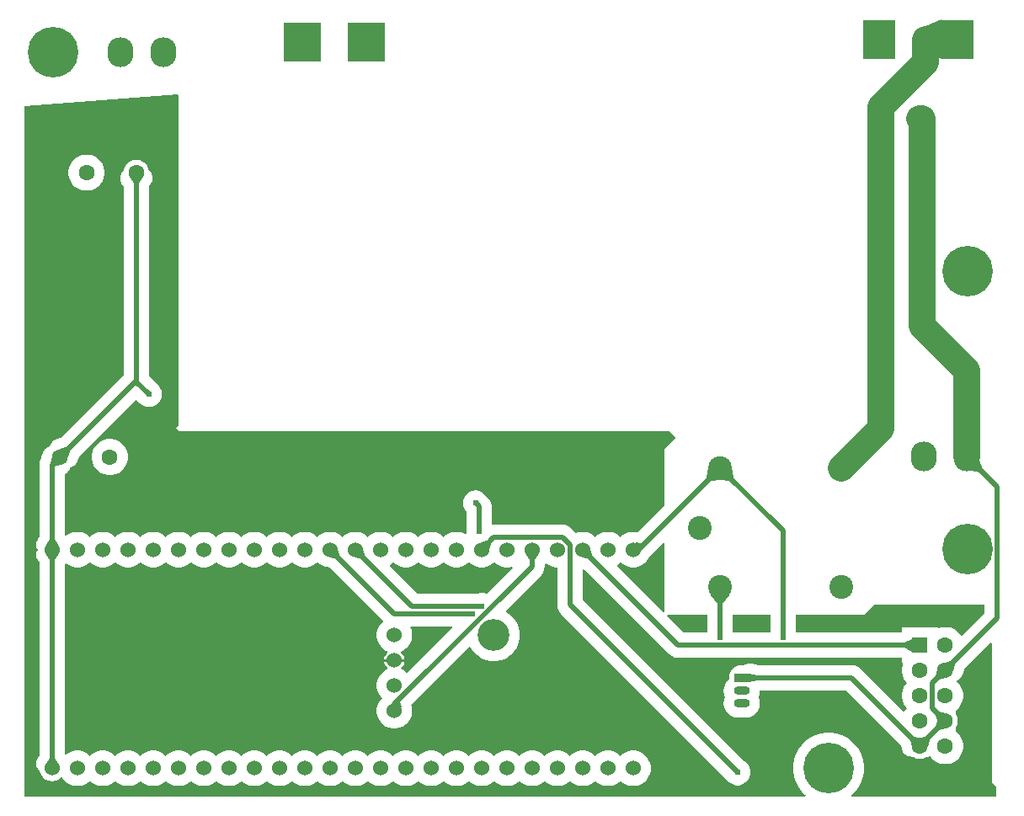
<source format=gbl>
G04*
G04 #@! TF.GenerationSoftware,Altium Limited,Altium Designer,22.3.1 (43)*
G04*
G04 Layer_Physical_Order=2*
G04 Layer_Color=16711680*
%FSLAX25Y25*%
%MOIN*%
G70*
G04*
G04 #@! TF.SameCoordinates,B6214844-F8FF-4874-8B12-997BA8331473*
G04*
G04*
G04 #@! TF.FilePolarity,Positive*
G04*
G01*
G75*
%ADD19R,0.12992X0.15748*%
%ADD20R,0.14961X0.15748*%
%ADD52C,0.10630*%
%ADD53C,0.02000*%
%ADD54R,0.06299X0.06000*%
%ADD55C,0.06299*%
%ADD56C,0.09449*%
%ADD57O,0.10236X0.11811*%
%ADD58O,0.06299X0.03543*%
%ADD59R,0.06299X0.03543*%
%ADD60C,0.20000*%
%ADD61C,0.06000*%
%ADD62C,0.09843*%
%ADD63C,0.12598*%
%ADD64C,0.02402*%
%ADD65C,0.05906*%
G36*
X517894Y446964D02*
X511576Y449523D01*
Y460153D01*
X517894Y462712D01*
Y446964D01*
D02*
G37*
G36*
X200343Y397712D02*
X198343D01*
X196981Y399917D01*
X201705D01*
X200343Y397712D01*
D02*
G37*
G36*
X204460Y315479D02*
X203187Y314206D01*
X202522Y314730D01*
X203936Y316144D01*
X204460Y315479D01*
D02*
G37*
G36*
X216000Y432661D02*
Y302029D01*
X215000Y301029D01*
X216500Y299529D01*
X410500D01*
X413000Y297029D01*
X408500Y292529D01*
Y270332D01*
X397798Y259630D01*
X397361Y259674D01*
X396689Y259807D01*
X395311D01*
X393958Y259538D01*
X392684Y259010D01*
X391538Y258244D01*
X391000Y257706D01*
X390462Y258244D01*
X389316Y259010D01*
X388042Y259538D01*
X386689Y259807D01*
X385311D01*
X383958Y259538D01*
X382684Y259010D01*
X381538Y258244D01*
X381000Y257706D01*
X380462Y258244D01*
X379316Y259010D01*
X378042Y259538D01*
X376689Y259807D01*
X375311D01*
X373958Y259538D01*
X373387Y259301D01*
X371478Y261210D01*
X370434Y262012D01*
X369217Y262515D01*
X367912Y262687D01*
X340837D01*
X340361Y262625D01*
X339985Y262954D01*
Y269886D01*
X339985Y269886D01*
X339813Y271191D01*
X339310Y272408D01*
X338508Y273452D01*
X337199Y274761D01*
X336155Y275563D01*
X334938Y276066D01*
X333633Y276238D01*
X332328Y276066D01*
X331111Y275563D01*
X330067Y274761D01*
X329265Y273717D01*
X328762Y272500D01*
X328590Y271195D01*
X328762Y269890D01*
X329265Y268673D01*
X329899Y267848D01*
Y259885D01*
X329995Y259158D01*
X329528Y258868D01*
X329316Y259010D01*
X328042Y259538D01*
X326689Y259807D01*
X325311D01*
X323958Y259538D01*
X322684Y259010D01*
X321538Y258244D01*
X321000Y257706D01*
X320462Y258244D01*
X319316Y259010D01*
X318042Y259538D01*
X316689Y259807D01*
X315311D01*
X313958Y259538D01*
X312684Y259010D01*
X311538Y258244D01*
X311000Y257706D01*
X310462Y258244D01*
X309316Y259010D01*
X308042Y259538D01*
X306689Y259807D01*
X305311D01*
X303958Y259538D01*
X302684Y259010D01*
X301538Y258244D01*
X301000Y257706D01*
X300462Y258244D01*
X299316Y259010D01*
X298042Y259538D01*
X296689Y259807D01*
X295311D01*
X293958Y259538D01*
X292684Y259010D01*
X291538Y258244D01*
X291000Y257706D01*
X290462Y258244D01*
X289316Y259010D01*
X288042Y259538D01*
X286689Y259807D01*
X285311D01*
X283958Y259538D01*
X282684Y259010D01*
X281538Y258244D01*
X281000Y257706D01*
X280462Y258244D01*
X279316Y259010D01*
X278042Y259538D01*
X276689Y259807D01*
X275311D01*
X273958Y259538D01*
X272684Y259010D01*
X271538Y258244D01*
X271000Y257706D01*
X270462Y258244D01*
X269316Y259010D01*
X268042Y259538D01*
X266689Y259807D01*
X265311D01*
X263958Y259538D01*
X262684Y259010D01*
X261538Y258244D01*
X261000Y257706D01*
X260462Y258244D01*
X259316Y259010D01*
X258042Y259538D01*
X256689Y259807D01*
X255311D01*
X253958Y259538D01*
X252684Y259010D01*
X251538Y258244D01*
X251000Y257706D01*
X250462Y258244D01*
X249316Y259010D01*
X248042Y259538D01*
X246689Y259807D01*
X245311D01*
X243958Y259538D01*
X242684Y259010D01*
X241538Y258244D01*
X241000Y257706D01*
X240462Y258244D01*
X239316Y259010D01*
X238042Y259538D01*
X236689Y259807D01*
X235311D01*
X233958Y259538D01*
X232684Y259010D01*
X231538Y258244D01*
X231000Y257706D01*
X230462Y258244D01*
X229316Y259010D01*
X228042Y259538D01*
X226689Y259807D01*
X225311D01*
X223958Y259538D01*
X222684Y259010D01*
X221538Y258244D01*
X221000Y257706D01*
X220462Y258244D01*
X219316Y259010D01*
X218042Y259538D01*
X216689Y259807D01*
X215311D01*
X213958Y259538D01*
X212684Y259010D01*
X211538Y258244D01*
X211000Y257706D01*
X210462Y258244D01*
X209316Y259010D01*
X208042Y259538D01*
X206689Y259807D01*
X205311D01*
X203958Y259538D01*
X202684Y259010D01*
X201538Y258244D01*
X201000Y257706D01*
X200462Y258244D01*
X199316Y259010D01*
X198042Y259538D01*
X196689Y259807D01*
X195311D01*
X193958Y259538D01*
X192684Y259010D01*
X191538Y258244D01*
X191000Y257706D01*
X190462Y258244D01*
X189316Y259010D01*
X188042Y259538D01*
X186689Y259807D01*
X185311D01*
X183958Y259538D01*
X182684Y259010D01*
X181538Y258244D01*
X181000Y257706D01*
X180462Y258244D01*
X179316Y259010D01*
X178042Y259538D01*
X176689Y259807D01*
X175311D01*
X173958Y259538D01*
X172684Y259010D01*
X171538Y258244D01*
X171043Y258457D01*
Y282719D01*
X171266Y282804D01*
X171316Y282839D01*
X171371Y282863D01*
X171742Y283147D01*
X172121Y283420D01*
X172159Y283467D01*
X172207Y283504D01*
X172491Y283874D01*
X172786Y284236D01*
X172811Y284291D01*
X172848Y284339D01*
X173027Y284771D01*
X173218Y285196D01*
X173228Y285256D01*
X173251Y285312D01*
X173262Y285395D01*
X173345Y285406D01*
X173401Y285429D01*
X173460Y285439D01*
X173886Y285630D01*
X174318Y285809D01*
X174366Y285846D01*
X174421Y285871D01*
X174783Y286166D01*
X175153Y286450D01*
X175190Y286498D01*
X175237Y286536D01*
X175510Y286915D01*
X175794Y287285D01*
X175818Y287341D01*
X175853Y287391D01*
X176019Y287827D01*
X176197Y288259D01*
X176205Y288319D01*
X176227Y288375D01*
X176555Y289766D01*
X198912Y312123D01*
X199412Y312123D01*
X200819Y310715D01*
X201863Y309914D01*
X203079Y309410D01*
X204384Y309238D01*
X205690Y309410D01*
X206906Y309913D01*
X207951Y310715D01*
X208752Y311759D01*
X209256Y312975D01*
X209428Y314281D01*
X209256Y315586D01*
X208753Y316802D01*
X207951Y317847D01*
X204386Y321413D01*
Y396580D01*
X205137Y397796D01*
X205162Y397851D01*
X205199Y397900D01*
X205378Y398331D01*
X205569Y398757D01*
X205579Y398816D01*
X205602Y398872D01*
X205663Y399335D01*
X205738Y399796D01*
X205732Y399857D01*
X205740Y399917D01*
X205679Y400380D01*
X205632Y400844D01*
X205610Y400901D01*
X205602Y400961D01*
X205424Y401392D01*
X205258Y401829D01*
X205222Y401878D01*
X205199Y401934D01*
X204915Y402305D01*
X204642Y402683D01*
X204595Y402722D01*
X204558Y402770D01*
X204254Y403003D01*
X204214Y403305D01*
X203711Y404522D01*
X202909Y405566D01*
X201865Y406367D01*
X200648Y406871D01*
X199343Y407043D01*
X198038Y406871D01*
X196821Y406367D01*
X195777Y405566D01*
X194975Y404522D01*
X194472Y403305D01*
X194432Y403003D01*
X194128Y402770D01*
X194091Y402722D01*
X194044Y402683D01*
X193771Y402305D01*
X193487Y401934D01*
X193464Y401878D01*
X193428Y401829D01*
X193262Y401392D01*
X193084Y400961D01*
X193076Y400901D01*
X193054Y400844D01*
X193007Y400380D01*
X192946Y399917D01*
X192954Y399857D01*
X192948Y399796D01*
X193023Y399335D01*
X193084Y398872D01*
X193107Y398816D01*
X193117Y398757D01*
X193308Y398331D01*
X193487Y397900D01*
X193524Y397851D01*
X193549Y397796D01*
X194300Y396580D01*
Y321775D01*
X169423Y296899D01*
X168032Y296570D01*
X167976Y296548D01*
X167916Y296540D01*
X167484Y296362D01*
X167048Y296196D01*
X166999Y296161D01*
X166943Y296137D01*
X166572Y295853D01*
X166193Y295580D01*
X166155Y295533D01*
X166107Y295496D01*
X165823Y295126D01*
X165527Y294764D01*
X165503Y294709D01*
X165466Y294661D01*
X165287Y294230D01*
X165096Y293804D01*
X165086Y293744D01*
X165063Y293688D01*
X165052Y293605D01*
X164969Y293594D01*
X164913Y293571D01*
X164854Y293561D01*
X164428Y293370D01*
X163996Y293191D01*
X163948Y293154D01*
X163893Y293129D01*
X163531Y292834D01*
X163161Y292550D01*
X163124Y292502D01*
X163077Y292464D01*
X162804Y292085D01*
X162520Y291715D01*
X162496Y291658D01*
X162461Y291609D01*
X162295Y291173D01*
X162117Y290741D01*
X162109Y290681D01*
X162087Y290625D01*
X161689Y288938D01*
X161633Y288865D01*
X161129Y287648D01*
X160957Y286343D01*
Y257987D01*
X160283Y256855D01*
X160273Y256830D01*
X160256Y256808D01*
X160064Y256346D01*
X159867Y255887D01*
X159863Y255860D01*
X159853Y255835D01*
X159788Y255340D01*
X159716Y254845D01*
X159719Y254818D01*
X159715Y254791D01*
X159781Y254296D01*
X159839Y253799D01*
X159849Y253774D01*
X159853Y253747D01*
X160044Y253285D01*
X160230Y252821D01*
X160240Y252807D01*
X160230Y252793D01*
X160044Y252329D01*
X159853Y251867D01*
X159849Y251840D01*
X159839Y251815D01*
X159781Y251318D01*
X159715Y250823D01*
X159719Y250796D01*
X159716Y250769D01*
X159788Y250274D01*
X159853Y249778D01*
X159863Y249753D01*
X159867Y249727D01*
X160064Y249268D01*
X160256Y248805D01*
X160273Y248784D01*
X160283Y248759D01*
X160957Y247627D01*
Y171373D01*
X160283Y170241D01*
X160273Y170216D01*
X160256Y170195D01*
X160064Y169732D01*
X159867Y169273D01*
X159863Y169247D01*
X159853Y169222D01*
X159788Y168726D01*
X159716Y168231D01*
X159719Y168204D01*
X159715Y168177D01*
X159781Y167682D01*
X159839Y167185D01*
X159849Y167160D01*
X159853Y167133D01*
X160044Y166671D01*
X160230Y166207D01*
X160246Y166185D01*
X160256Y166160D01*
X160561Y165763D01*
X160859Y165363D01*
X160881Y165346D01*
X160897Y165325D01*
X161091Y165176D01*
X161129Y164888D01*
X161633Y163671D01*
X162434Y162627D01*
X163478Y161826D01*
X164695Y161322D01*
X166000Y161150D01*
X167305Y161322D01*
X168522Y161826D01*
X169431Y162524D01*
X169902Y162519D01*
X170072Y162465D01*
X170563Y161731D01*
X171538Y160756D01*
X172684Y159990D01*
X173958Y159462D01*
X175311Y159193D01*
X176689D01*
X178042Y159462D01*
X179316Y159990D01*
X180462Y160756D01*
X181000Y161294D01*
X181538Y160756D01*
X182684Y159990D01*
X183958Y159462D01*
X185311Y159193D01*
X186689D01*
X188042Y159462D01*
X189316Y159990D01*
X190462Y160756D01*
X191000Y161294D01*
X191538Y160756D01*
X192684Y159990D01*
X193958Y159462D01*
X195311Y159193D01*
X196689D01*
X198042Y159462D01*
X199316Y159990D01*
X200462Y160756D01*
X201000Y161294D01*
X201538Y160756D01*
X202684Y159990D01*
X203958Y159462D01*
X205311Y159193D01*
X206689D01*
X208042Y159462D01*
X209316Y159990D01*
X210462Y160756D01*
X211000Y161294D01*
X211538Y160756D01*
X212684Y159990D01*
X213958Y159462D01*
X215311Y159193D01*
X216689D01*
X218042Y159462D01*
X219316Y159990D01*
X220462Y160756D01*
X221000Y161294D01*
X221538Y160756D01*
X222684Y159990D01*
X223958Y159462D01*
X225311Y159193D01*
X226689D01*
X228042Y159462D01*
X229316Y159990D01*
X230462Y160756D01*
X231000Y161294D01*
X231538Y160756D01*
X232684Y159990D01*
X233958Y159462D01*
X235311Y159193D01*
X236689D01*
X238042Y159462D01*
X239316Y159990D01*
X240462Y160756D01*
X241000Y161294D01*
X241538Y160756D01*
X242684Y159990D01*
X243958Y159462D01*
X245311Y159193D01*
X246689D01*
X248042Y159462D01*
X249316Y159990D01*
X250462Y160756D01*
X251000Y161294D01*
X251538Y160756D01*
X252684Y159990D01*
X253958Y159462D01*
X255311Y159193D01*
X256689D01*
X258042Y159462D01*
X259316Y159990D01*
X260462Y160756D01*
X261000Y161294D01*
X261538Y160756D01*
X262684Y159990D01*
X263958Y159462D01*
X265311Y159193D01*
X266689D01*
X268042Y159462D01*
X269316Y159990D01*
X270462Y160756D01*
X271000Y161294D01*
X271538Y160756D01*
X272684Y159990D01*
X273958Y159462D01*
X275311Y159193D01*
X276689D01*
X278042Y159462D01*
X279316Y159990D01*
X280462Y160756D01*
X281000Y161294D01*
X281538Y160756D01*
X282684Y159990D01*
X283958Y159462D01*
X285311Y159193D01*
X286689D01*
X288042Y159462D01*
X289316Y159990D01*
X290462Y160756D01*
X291000Y161294D01*
X291538Y160756D01*
X292684Y159990D01*
X293958Y159462D01*
X295311Y159193D01*
X296689D01*
X298042Y159462D01*
X299316Y159990D01*
X300462Y160756D01*
X301000Y161294D01*
X301538Y160756D01*
X302684Y159990D01*
X303958Y159462D01*
X305311Y159193D01*
X306689D01*
X308042Y159462D01*
X309316Y159990D01*
X310462Y160756D01*
X311000Y161294D01*
X311538Y160756D01*
X312684Y159990D01*
X313958Y159462D01*
X315311Y159193D01*
X316689D01*
X318042Y159462D01*
X319316Y159990D01*
X320462Y160756D01*
X321000Y161294D01*
X321538Y160756D01*
X322684Y159990D01*
X323958Y159462D01*
X325311Y159193D01*
X326689D01*
X328042Y159462D01*
X329316Y159990D01*
X330462Y160756D01*
X331000Y161294D01*
X331538Y160756D01*
X332684Y159990D01*
X333958Y159462D01*
X335311Y159193D01*
X336689D01*
X338042Y159462D01*
X339316Y159990D01*
X340462Y160756D01*
X341000Y161294D01*
X341538Y160756D01*
X342684Y159990D01*
X343958Y159462D01*
X345311Y159193D01*
X346689D01*
X348042Y159462D01*
X349316Y159990D01*
X350462Y160756D01*
X351000Y161294D01*
X351538Y160756D01*
X352684Y159990D01*
X353958Y159462D01*
X355311Y159193D01*
X356689D01*
X358042Y159462D01*
X359316Y159990D01*
X360462Y160756D01*
X361000Y161294D01*
X361538Y160756D01*
X362684Y159990D01*
X363958Y159462D01*
X365311Y159193D01*
X366689D01*
X368042Y159462D01*
X369316Y159990D01*
X370462Y160756D01*
X371000Y161294D01*
X371538Y160756D01*
X372684Y159990D01*
X373958Y159462D01*
X375311Y159193D01*
X376689D01*
X378042Y159462D01*
X379316Y159990D01*
X380462Y160756D01*
X381000Y161294D01*
X381538Y160756D01*
X382684Y159990D01*
X383958Y159462D01*
X385311Y159193D01*
X386689D01*
X388042Y159462D01*
X389316Y159990D01*
X390462Y160756D01*
X391000Y161293D01*
X391538Y160756D01*
X392684Y159990D01*
X393958Y159462D01*
X395311Y159193D01*
X396689D01*
X398042Y159462D01*
X399316Y159990D01*
X400462Y160756D01*
X401437Y161731D01*
X402203Y162877D01*
X402731Y164151D01*
X403000Y165504D01*
Y166882D01*
X402731Y168235D01*
X402203Y169509D01*
X401437Y170655D01*
X400462Y171630D01*
X399316Y172396D01*
X398042Y172924D01*
X396689Y173193D01*
X395311D01*
X393958Y172924D01*
X392684Y172396D01*
X391538Y171630D01*
X391000Y171092D01*
X390462Y171630D01*
X389316Y172396D01*
X388042Y172924D01*
X386689Y173193D01*
X385311D01*
X383958Y172924D01*
X382684Y172396D01*
X381538Y171630D01*
X381000Y171093D01*
X380462Y171630D01*
X379316Y172396D01*
X378042Y172924D01*
X376689Y173193D01*
X375311D01*
X373958Y172924D01*
X372684Y172396D01*
X371538Y171630D01*
X371000Y171093D01*
X370462Y171630D01*
X369316Y172396D01*
X368042Y172924D01*
X366689Y173193D01*
X365311D01*
X363958Y172924D01*
X362684Y172396D01*
X361538Y171630D01*
X361000Y171093D01*
X360462Y171630D01*
X359316Y172396D01*
X358042Y172924D01*
X356689Y173193D01*
X355311D01*
X353958Y172924D01*
X352684Y172396D01*
X351538Y171630D01*
X351000Y171093D01*
X350462Y171630D01*
X349316Y172396D01*
X348042Y172924D01*
X346689Y173193D01*
X345311D01*
X343958Y172924D01*
X342684Y172396D01*
X341538Y171630D01*
X341000Y171093D01*
X340462Y171630D01*
X339316Y172396D01*
X338042Y172924D01*
X336689Y173193D01*
X335311D01*
X333958Y172924D01*
X332684Y172396D01*
X331538Y171630D01*
X331000Y171093D01*
X330462Y171630D01*
X329316Y172396D01*
X328042Y172924D01*
X326689Y173193D01*
X325311D01*
X323958Y172924D01*
X322684Y172396D01*
X321538Y171630D01*
X321000Y171093D01*
X320462Y171630D01*
X319316Y172396D01*
X318042Y172924D01*
X316689Y173193D01*
X315311D01*
X313958Y172924D01*
X312684Y172396D01*
X311538Y171630D01*
X311000Y171093D01*
X310462Y171630D01*
X309316Y172396D01*
X308042Y172924D01*
X306689Y173193D01*
X305311D01*
X303958Y172924D01*
X302684Y172396D01*
X301538Y171630D01*
X301000Y171093D01*
X300462Y171630D01*
X299316Y172396D01*
X298042Y172924D01*
X296689Y173193D01*
X295311D01*
X293958Y172924D01*
X292684Y172396D01*
X291538Y171630D01*
X291000Y171093D01*
X290462Y171630D01*
X289316Y172396D01*
X288042Y172924D01*
X286689Y173193D01*
X285311D01*
X283958Y172924D01*
X282684Y172396D01*
X281538Y171630D01*
X281000Y171093D01*
X280462Y171630D01*
X279316Y172396D01*
X278042Y172924D01*
X276689Y173193D01*
X275311D01*
X273958Y172924D01*
X272684Y172396D01*
X271538Y171630D01*
X271000Y171093D01*
X270462Y171630D01*
X269316Y172396D01*
X268042Y172924D01*
X266689Y173193D01*
X265311D01*
X263958Y172924D01*
X262684Y172396D01*
X261538Y171630D01*
X261000Y171093D01*
X260462Y171630D01*
X259316Y172396D01*
X258042Y172924D01*
X256689Y173193D01*
X255311D01*
X253958Y172924D01*
X252684Y172396D01*
X251538Y171630D01*
X251000Y171093D01*
X250462Y171630D01*
X249316Y172396D01*
X248042Y172924D01*
X246689Y173193D01*
X245311D01*
X243958Y172924D01*
X242684Y172396D01*
X241538Y171630D01*
X241000Y171093D01*
X240462Y171630D01*
X239316Y172396D01*
X238042Y172924D01*
X236689Y173193D01*
X235311D01*
X233958Y172924D01*
X232684Y172396D01*
X231538Y171630D01*
X231000Y171093D01*
X230462Y171630D01*
X229316Y172396D01*
X228042Y172924D01*
X226689Y173193D01*
X225311D01*
X223958Y172924D01*
X222684Y172396D01*
X221538Y171630D01*
X221000Y171093D01*
X220462Y171630D01*
X219316Y172396D01*
X218042Y172924D01*
X216689Y173193D01*
X215311D01*
X213958Y172924D01*
X212684Y172396D01*
X211538Y171630D01*
X211000Y171093D01*
X210462Y171630D01*
X209316Y172396D01*
X208042Y172924D01*
X206689Y173193D01*
X205311D01*
X203958Y172924D01*
X202684Y172396D01*
X201538Y171630D01*
X201000Y171093D01*
X200462Y171630D01*
X199316Y172396D01*
X198042Y172924D01*
X196689Y173193D01*
X195311D01*
X193958Y172924D01*
X192684Y172396D01*
X191538Y171630D01*
X191000Y171093D01*
X190462Y171630D01*
X189316Y172396D01*
X188042Y172924D01*
X186689Y173193D01*
X185311D01*
X183958Y172924D01*
X182684Y172396D01*
X181538Y171630D01*
X181000Y171093D01*
X180462Y171630D01*
X179316Y172396D01*
X178042Y172924D01*
X176689Y173193D01*
X175311D01*
X173958Y172924D01*
X172684Y172396D01*
X171538Y171630D01*
X171043Y171843D01*
Y247157D01*
X171538Y247370D01*
X172684Y246604D01*
X173958Y246076D01*
X175311Y245807D01*
X176689D01*
X178042Y246076D01*
X179316Y246604D01*
X180462Y247370D01*
X181000Y247907D01*
X181538Y247370D01*
X182684Y246604D01*
X183958Y246076D01*
X185311Y245807D01*
X186689D01*
X188042Y246076D01*
X189316Y246604D01*
X190462Y247370D01*
X191000Y247907D01*
X191538Y247370D01*
X192684Y246604D01*
X193958Y246076D01*
X195311Y245807D01*
X196689D01*
X198042Y246076D01*
X199316Y246604D01*
X200462Y247370D01*
X201000Y247907D01*
X201538Y247370D01*
X202684Y246604D01*
X203958Y246076D01*
X205311Y245807D01*
X206689D01*
X208042Y246076D01*
X209316Y246604D01*
X210462Y247370D01*
X211000Y247907D01*
X211538Y247370D01*
X212684Y246604D01*
X213958Y246076D01*
X215311Y245807D01*
X216689D01*
X218042Y246076D01*
X219316Y246604D01*
X220462Y247370D01*
X221000Y247907D01*
X221538Y247370D01*
X222684Y246604D01*
X223958Y246076D01*
X225311Y245807D01*
X226689D01*
X228042Y246076D01*
X229316Y246604D01*
X230462Y247370D01*
X231000Y247907D01*
X231538Y247370D01*
X232684Y246604D01*
X233958Y246076D01*
X235311Y245807D01*
X236689D01*
X238042Y246076D01*
X239316Y246604D01*
X240462Y247370D01*
X241000Y247907D01*
X241538Y247370D01*
X242684Y246604D01*
X243958Y246076D01*
X245311Y245807D01*
X246689D01*
X248042Y246076D01*
X249316Y246604D01*
X250462Y247370D01*
X251000Y247907D01*
X251538Y247370D01*
X252684Y246604D01*
X253958Y246076D01*
X255311Y245807D01*
X256689D01*
X258042Y246076D01*
X259316Y246604D01*
X260462Y247370D01*
X261000Y247907D01*
X261538Y247369D01*
X262684Y246603D01*
X263958Y246076D01*
X265311Y245807D01*
X266689D01*
X268042Y246076D01*
X269316Y246603D01*
X270462Y247369D01*
X271000Y247907D01*
X271538Y247370D01*
X272684Y246604D01*
X273958Y246076D01*
X274808Y245907D01*
X274820Y245902D01*
X276097Y245578D01*
X297056Y224619D01*
X297038Y224437D01*
X296063Y223462D01*
X295297Y222316D01*
X294769Y221042D01*
X294500Y219689D01*
Y218311D01*
X294769Y216958D01*
X295297Y215684D01*
X296063Y214538D01*
X297038Y213563D01*
X298184Y212797D01*
X298730Y212571D01*
X298831Y211988D01*
X298299Y211456D01*
X297773Y210544D01*
X297500Y209527D01*
Y209500D01*
X305500D01*
Y209527D01*
X305227Y210544D01*
X304701Y211456D01*
X304169Y211988D01*
X304270Y212571D01*
X304816Y212797D01*
X305962Y213563D01*
X306937Y214538D01*
X307703Y215684D01*
X308231Y216958D01*
X308500Y218311D01*
Y219689D01*
X308231Y221042D01*
X307881Y221886D01*
X308215Y222386D01*
X324423D01*
X324614Y221924D01*
X306545Y203855D01*
X305962Y204437D01*
X304816Y205203D01*
X304270Y205429D01*
X304169Y206012D01*
X304701Y206544D01*
X305227Y207456D01*
X305500Y208473D01*
Y208500D01*
X297500D01*
Y208473D01*
X297773Y207456D01*
X298299Y206544D01*
X298831Y206012D01*
X298730Y205429D01*
X298184Y205203D01*
X297038Y204437D01*
X296063Y203462D01*
X295297Y202316D01*
X294769Y201042D01*
X294500Y199689D01*
Y198311D01*
X294769Y196958D01*
X295297Y195684D01*
X296063Y194538D01*
X296601Y194000D01*
X296063Y193462D01*
X295297Y192316D01*
X294769Y191042D01*
X294500Y189689D01*
Y188311D01*
X294769Y186958D01*
X295297Y185684D01*
X296063Y184538D01*
X297038Y183563D01*
X298184Y182797D01*
X299458Y182269D01*
X300811Y182000D01*
X302189D01*
X303542Y182269D01*
X304816Y182797D01*
X305962Y183563D01*
X306937Y184538D01*
X307703Y185684D01*
X308231Y186958D01*
X308500Y188311D01*
Y189689D01*
X308231Y191042D01*
X308162Y191208D01*
X331218Y214264D01*
X331708Y214166D01*
X331743Y214083D01*
X332870Y212396D01*
X334305Y210961D01*
X335992Y209834D01*
X337866Y209058D01*
X339856Y208662D01*
X341884D01*
X343874Y209058D01*
X345748Y209834D01*
X347435Y210961D01*
X348870Y212396D01*
X349997Y214083D01*
X350773Y215957D01*
X351169Y217947D01*
Y219975D01*
X350773Y221965D01*
X349997Y223839D01*
X348870Y225526D01*
X347435Y226961D01*
X345748Y228088D01*
X345665Y228123D01*
X345567Y228613D01*
X359566Y242612D01*
X360367Y243656D01*
X360871Y244873D01*
X361043Y246178D01*
Y247157D01*
X361538Y247370D01*
X362684Y246604D01*
X363958Y246076D01*
X365311Y245807D01*
X365957D01*
Y230982D01*
X366129Y229677D01*
X366633Y228460D01*
X367434Y227416D01*
X432820Y162030D01*
X433124Y161503D01*
X434093Y160534D01*
X435279Y159850D01*
X436601Y159495D01*
X437971D01*
X439293Y159850D01*
X440479Y160534D01*
X441448Y161503D01*
X442132Y162689D01*
X442487Y164011D01*
Y165381D01*
X442132Y166703D01*
X441448Y167889D01*
X440479Y168858D01*
X439952Y169162D01*
X376043Y233071D01*
Y244925D01*
X376543Y245132D01*
X410241Y211434D01*
X411285Y210632D01*
X412502Y210129D01*
X413807Y209957D01*
X502350D01*
Y208000D01*
X502554D01*
X502832Y207584D01*
X502625Y207085D01*
X502350Y205704D01*
Y204296D01*
X502625Y202915D01*
X503164Y201613D01*
X503947Y200442D01*
X504389Y200000D01*
X503947Y199558D01*
X503164Y198387D01*
X502625Y197085D01*
X502350Y195704D01*
Y194296D01*
X502625Y192914D01*
X503164Y191613D01*
X503947Y190442D01*
X504389Y190000D01*
X503947Y189558D01*
X503416Y188763D01*
X502918Y188714D01*
X486066Y205566D01*
X485022Y206367D01*
X483805Y206871D01*
X482500Y207043D01*
X445626D01*
X443154Y207679D01*
X442651Y207740D01*
X442149Y207806D01*
X442129Y207803D01*
X442109Y207806D01*
X441607Y207735D01*
X441105Y207668D01*
X441086Y207661D01*
X441066Y207658D01*
X440600Y207459D01*
X440132Y207265D01*
X440116Y207253D01*
X440097Y207245D01*
X439839Y207043D01*
X439000D01*
X437695Y206871D01*
X436478Y206367D01*
X435434Y205566D01*
X434632Y204522D01*
X434129Y203305D01*
X433957Y202000D01*
X434021Y201512D01*
X433506Y201116D01*
X432581Y199911D01*
X431999Y198507D01*
X431801Y197000D01*
X431999Y195493D01*
X432410Y194500D01*
X431999Y193507D01*
X431801Y192000D01*
X431999Y190493D01*
X432581Y189089D01*
X433506Y187884D01*
X434711Y186959D01*
X436115Y186377D01*
X437622Y186179D01*
X440378D01*
X441885Y186377D01*
X443289Y186959D01*
X444494Y187884D01*
X445420Y189089D01*
X446001Y190493D01*
X446199Y192000D01*
X446001Y193507D01*
X445590Y194500D01*
X446001Y195493D01*
X446194Y196957D01*
X480411D01*
X502102Y175266D01*
X502430Y173875D01*
X502452Y173819D01*
X502459Y173758D01*
X502638Y173327D01*
X502804Y172891D01*
X502839Y172842D01*
X502863Y172785D01*
X503147Y172415D01*
X503420Y172036D01*
X503467Y171998D01*
X503504Y171950D01*
X503874Y171666D01*
X504236Y171370D01*
X504291Y171346D01*
X504339Y171309D01*
X504771Y171130D01*
X505197Y170939D01*
X505256Y170929D01*
X505312Y170906D01*
X505775Y170845D01*
X506236Y170770D01*
X506296Y170776D01*
X506357Y170768D01*
X506736Y170818D01*
X506978Y170633D01*
X508195Y170129D01*
X509500Y169957D01*
X510805Y170129D01*
X512022Y170633D01*
X512264Y170818D01*
X512643Y170768D01*
X512704Y170776D01*
X512764Y170770D01*
X513225Y170845D01*
X513641Y170900D01*
X513947Y170442D01*
X514942Y169447D01*
X516113Y168664D01*
X517415Y168125D01*
X518796Y167850D01*
X520204D01*
X521586Y168125D01*
X522887Y168664D01*
X524058Y169447D01*
X525053Y170442D01*
X525836Y171613D01*
X526375Y172915D01*
X526650Y174296D01*
Y175704D01*
X526375Y177085D01*
X525836Y178387D01*
X525053Y179558D01*
X524058Y180553D01*
X523600Y180859D01*
X523655Y181275D01*
X523730Y181736D01*
X523724Y181797D01*
X523732Y181857D01*
X523682Y182236D01*
X523868Y182478D01*
X524371Y183695D01*
X524543Y185000D01*
X524371Y186305D01*
X523868Y187522D01*
X523682Y187764D01*
X523732Y188143D01*
X523724Y188204D01*
X523730Y188264D01*
X523655Y188725D01*
X523600Y189141D01*
X524058Y189447D01*
X525053Y190442D01*
X525836Y191613D01*
X526375Y192914D01*
X526650Y194296D01*
Y195704D01*
X526375Y197085D01*
X525836Y198387D01*
X525053Y199558D01*
X524091Y200520D01*
X524081Y200690D01*
X524149Y201094D01*
X524229Y201130D01*
X524661Y201309D01*
X524709Y201346D01*
X524764Y201371D01*
X525126Y201666D01*
X525496Y201950D01*
X525533Y201998D01*
X525580Y202036D01*
X525853Y202415D01*
X526137Y202785D01*
X526161Y202841D01*
X526196Y202891D01*
X526362Y203327D01*
X526541Y203759D01*
X526548Y203819D01*
X526570Y203875D01*
X526898Y205266D01*
X537538Y215906D01*
X538000Y215715D01*
Y160529D01*
X539661Y158868D01*
Y155191D01*
X539509Y155039D01*
X482533D01*
X482379Y155514D01*
X482454Y155569D01*
X484013Y157128D01*
X485308Y158910D01*
X486308Y160874D01*
X486989Y162970D01*
X487334Y165146D01*
Y167350D01*
X486989Y169526D01*
X486308Y171622D01*
X485308Y173586D01*
X484013Y175368D01*
X482454Y176927D01*
X480672Y178222D01*
X478708Y179222D01*
X476612Y179903D01*
X474436Y180248D01*
X472232D01*
X470056Y179903D01*
X467960Y179222D01*
X465996Y178222D01*
X464214Y176927D01*
X462655Y175368D01*
X461360Y173586D01*
X460360Y171622D01*
X459679Y169526D01*
X459334Y167350D01*
Y165146D01*
X459679Y162970D01*
X460360Y160874D01*
X461360Y158910D01*
X462655Y157128D01*
X464214Y155569D01*
X464289Y155514D01*
X464135Y155039D01*
X155039D01*
Y428340D01*
X215633Y433001D01*
X216000Y432661D01*
D02*
G37*
G36*
X172896Y291825D02*
X172300Y289303D01*
X168960Y292643D01*
X171482Y293239D01*
X172896Y291825D01*
D02*
G37*
G36*
X169354Y286357D02*
X166832Y285761D01*
X165418Y287175D01*
X166014Y289697D01*
X169354Y286357D01*
D02*
G37*
G36*
X534513Y284802D02*
X533204Y283282D01*
X529954Y284104D01*
X533216Y287894D01*
X534513Y284802D01*
D02*
G37*
G36*
X435677Y281281D02*
X434263Y279867D01*
X430422Y280368D01*
X426581Y279867D01*
X425167Y281281D01*
X425707Y285418D01*
X430422Y280703D01*
X435137Y285418D01*
X435677Y281281D01*
D02*
G37*
G36*
X335496Y270746D02*
X334082Y269332D01*
X333558Y269997D01*
X334831Y271270D01*
X335496Y270746D01*
D02*
G37*
G36*
X335842Y260679D02*
X334041D01*
X333942Y261520D01*
X335942D01*
X335842Y260679D01*
D02*
G37*
G36*
X168250Y254791D02*
X163750D01*
X165000Y256891D01*
X167000D01*
X168250Y254791D01*
D02*
G37*
G36*
X339595Y254988D02*
X338994Y252619D01*
X335812Y255801D01*
X338181Y256402D01*
X339595Y254988D01*
D02*
G37*
G36*
X399312Y255427D02*
X400173Y253458D01*
X398719Y251540D01*
X396917Y255663D01*
X399312Y255427D01*
D02*
G37*
G36*
X379595Y250626D02*
X378181Y249212D01*
X375812Y249813D01*
X378994Y252995D01*
X379595Y250626D01*
D02*
G37*
G36*
X289595Y250626D02*
X288181Y249212D01*
X285812Y249813D01*
X288994Y252995D01*
X289595Y250626D01*
D02*
G37*
G36*
X279595Y250626D02*
X278181Y249212D01*
X275812Y249813D01*
X278994Y252995D01*
X279595Y250626D01*
D02*
G37*
G36*
X357000Y248723D02*
X355000D01*
X353750Y250823D01*
X358250D01*
X357000Y248723D01*
D02*
G37*
G36*
X167000D02*
X165000D01*
X163750Y250823D01*
X168250D01*
X167000Y248723D01*
D02*
G37*
G36*
X408500Y255415D02*
Y228092D01*
X408038Y227901D01*
X389606Y246333D01*
X389655Y246830D01*
X390462Y247370D01*
X391000Y247907D01*
X391538Y247370D01*
X392684Y246604D01*
X393958Y246076D01*
X395311Y245807D01*
X396689D01*
X398042Y246076D01*
X399316Y246604D01*
X400462Y247370D01*
X401437Y248345D01*
X402012Y249204D01*
X403183Y250751D01*
X408038Y255606D01*
X408500Y255415D01*
D02*
G37*
G36*
X341538Y247370D02*
X342684Y246604D01*
X343958Y246076D01*
X345311Y245807D01*
X346689D01*
X348042Y246076D01*
X348094Y246097D01*
X348372Y245682D01*
X338032Y235342D01*
X336838Y235662D01*
X335468D01*
X334880Y235504D01*
X310435D01*
X299606Y246333D01*
X299655Y246830D01*
X300462Y247370D01*
X301000Y247907D01*
X301538Y247370D01*
X302684Y246604D01*
X303958Y246076D01*
X305311Y245807D01*
X306689D01*
X308042Y246076D01*
X309316Y246604D01*
X310462Y247370D01*
X311000Y247907D01*
X311538Y247370D01*
X312684Y246604D01*
X313958Y246076D01*
X315311Y245807D01*
X316689D01*
X318042Y246076D01*
X319316Y246604D01*
X320462Y247370D01*
X321000Y247907D01*
X321538Y247370D01*
X322684Y246604D01*
X323958Y246076D01*
X325311Y245807D01*
X326689D01*
X328042Y246076D01*
X329316Y246604D01*
X330462Y247370D01*
X331000Y247907D01*
X331538Y247370D01*
X332684Y246604D01*
X333958Y246076D01*
X335311Y245807D01*
X336689D01*
X338042Y246076D01*
X339316Y246604D01*
X340462Y247370D01*
X341000Y247907D01*
X341538Y247370D01*
D02*
G37*
G36*
X431422Y231446D02*
X429422D01*
X426879Y234753D01*
X433965D01*
X431422Y231446D01*
D02*
G37*
G36*
X335359Y231362D02*
Y229560D01*
X334518Y229461D01*
Y231461D01*
X335359Y231362D01*
D02*
G37*
G36*
X331672Y228330D02*
Y226528D01*
X330831Y226429D01*
Y228429D01*
X331672Y228330D01*
D02*
G37*
G36*
X450228Y220043D02*
X435465D01*
Y227029D01*
X450228D01*
Y220043D01*
D02*
G37*
G36*
X425379D02*
X415896D01*
X409372Y226568D01*
X409563Y227029D01*
X425379D01*
Y220043D01*
D02*
G37*
G36*
X456172Y218764D02*
X454370D01*
X454271Y219605D01*
X456271D01*
X456172Y218764D01*
D02*
G37*
G36*
X431322D02*
X429521D01*
X429422Y219605D01*
X431422D01*
X431322Y218764D01*
D02*
G37*
G36*
X535064Y227696D02*
X526082Y218714D01*
X525584Y218763D01*
X525053Y219558D01*
X524058Y220553D01*
X522887Y221336D01*
X521586Y221875D01*
X520204Y222150D01*
X518796D01*
X517415Y221875D01*
X517058Y221727D01*
X516650Y222000D01*
Y222000D01*
X502350D01*
Y220043D01*
X460314D01*
Y227029D01*
X487500D01*
X491500Y231029D01*
X535064D01*
Y227696D01*
D02*
G37*
G36*
X506350Y212500D02*
X503350Y214000D01*
Y216000D01*
X506350Y217500D01*
Y212500D01*
D02*
G37*
G36*
X523239Y207325D02*
X522643Y204803D01*
X519303Y208143D01*
X521825Y208739D01*
X523239Y207325D01*
D02*
G37*
G36*
X519697Y201857D02*
X517175Y201261D01*
X515761Y202675D01*
X516357Y205197D01*
X519697Y201857D01*
D02*
G37*
G36*
X445149Y203000D02*
Y201000D01*
X442149Y200228D01*
Y203771D01*
X445149Y203000D01*
D02*
G37*
G36*
X303797Y192561D02*
X304240Y190222D01*
X299945Y191566D01*
X301643Y193235D01*
X303797Y192561D01*
D02*
G37*
G36*
X519697Y188143D02*
X516554Y185000D01*
X519697Y181857D01*
X517175Y181261D01*
X515761Y182675D01*
X516310Y185000D01*
X515761Y187325D01*
X517175Y188739D01*
X519697Y188143D01*
D02*
G37*
G36*
X513239Y177325D02*
X512643Y174803D01*
X509500Y177946D01*
X506357Y174803D01*
X505761Y177325D01*
X507175Y178739D01*
X509500Y178190D01*
X511825Y178739D01*
X513239Y177325D01*
D02*
G37*
G36*
X168250Y168177D02*
X163750D01*
X165000Y170277D01*
X167000D01*
X168250Y168177D01*
D02*
G37*
G36*
X437361Y165894D02*
X436088Y164621D01*
X435423Y165145D01*
X436837Y166559D01*
X437361Y165894D01*
D02*
G37*
%LPC*%
G36*
X180362Y409150D02*
X178953D01*
X177572Y408875D01*
X176271Y408336D01*
X175100Y407553D01*
X174104Y406558D01*
X173322Y405387D01*
X172783Y404085D01*
X172508Y402704D01*
Y401296D01*
X172783Y399915D01*
X173322Y398613D01*
X174104Y397442D01*
X175100Y396446D01*
X176271Y395664D01*
X177572Y395125D01*
X178953Y394850D01*
X180362D01*
X181743Y395125D01*
X183044Y395664D01*
X184215Y396446D01*
X185211Y397442D01*
X185993Y398613D01*
X186532Y399915D01*
X186807Y401296D01*
Y402704D01*
X186532Y404085D01*
X185993Y405387D01*
X185211Y406558D01*
X184215Y407553D01*
X183044Y408336D01*
X181743Y408875D01*
X180362Y409150D01*
D02*
G37*
G36*
X189547Y296650D02*
X188138D01*
X186757Y296375D01*
X185456Y295836D01*
X184285Y295054D01*
X183289Y294058D01*
X182507Y292887D01*
X181968Y291585D01*
X181693Y290204D01*
Y288796D01*
X181968Y287415D01*
X182507Y286113D01*
X183289Y284942D01*
X184285Y283946D01*
X185456Y283164D01*
X186757Y282625D01*
X188138Y282350D01*
X189547D01*
X190928Y282625D01*
X192229Y283164D01*
X193400Y283946D01*
X194396Y284942D01*
X195178Y286113D01*
X195717Y287415D01*
X195992Y288796D01*
Y290204D01*
X195717Y291585D01*
X195178Y292887D01*
X194396Y294058D01*
X193400Y295054D01*
X192229Y295836D01*
X190928Y296375D01*
X189547Y296650D01*
D02*
G37*
%LPD*%
D19*
X493287Y454838D02*
D03*
X524390D02*
D03*
D20*
X290532Y453657D02*
D03*
X264941D02*
D03*
D52*
X528200Y289700D02*
Y323800D01*
X510500Y341500D02*
X528200Y323800D01*
X510500Y341500D02*
Y423500D01*
X509500D02*
X510500D01*
X478450Y285120D02*
X494000Y300670D01*
Y428000D01*
X511580Y445580D01*
Y454840D01*
X511576Y454838D02*
X524390D01*
Y454839D01*
D53*
X376000Y252807D02*
X413807Y215000D01*
X509500D01*
X301500Y189000D02*
Y191678D01*
X356000Y246178D01*
Y252807D01*
X336000D02*
X340837Y257644D01*
X367912D01*
X371000Y254556D01*
Y230982D02*
Y254556D01*
Y230982D02*
X437286Y164696D01*
X430422Y217970D02*
Y237878D01*
X264941Y453657D02*
Y453658D01*
X290532Y453657D02*
Y453658D01*
X276000Y252807D02*
X301378Y227429D01*
X332466D01*
X286000Y252807D02*
X308346Y230461D01*
X336153D01*
X455271Y217970D02*
Y260273D01*
X430422Y285122D02*
X455271Y260273D01*
X398107Y252807D02*
X430422Y285122D01*
X396000Y252807D02*
X398107D01*
X493287Y454838D02*
Y454839D01*
X439000Y202000D02*
X482500D01*
X509500Y175000D01*
X519500Y185000D01*
X528200Y289700D02*
X540107Y277793D01*
Y225607D02*
Y277793D01*
X519500Y205000D02*
X540107Y225607D01*
X514500Y200000D02*
X519500Y205000D01*
X514500Y190000D02*
Y200000D01*
Y190000D02*
X519500Y185000D01*
X333633Y271195D02*
X334942Y269886D01*
Y259885D02*
Y269886D01*
X199162Y319505D02*
X204385Y314281D01*
X169157Y289500D02*
X199162Y319505D01*
X199343Y319686D01*
Y402000D01*
X166000Y286343D02*
X169157Y289500D01*
X166000Y252807D02*
Y286343D01*
Y166193D02*
Y252807D01*
D54*
X509500Y215000D02*
D03*
D55*
X519500D02*
D03*
X509500Y205000D02*
D03*
X519500D02*
D03*
X509500Y195000D02*
D03*
X519500D02*
D03*
X509500Y185000D02*
D03*
X519500D02*
D03*
X509500Y175000D02*
D03*
X519500D02*
D03*
X199343Y402000D02*
D03*
X179657D02*
D03*
X169158Y289500D02*
D03*
X188842D02*
D03*
D56*
X430421Y285122D02*
D03*
X478453D02*
D03*
X422547Y261500D02*
D03*
X430421Y237878D02*
D03*
X478453D02*
D03*
D57*
X528200Y289700D02*
D03*
X511000D02*
D03*
X210200Y449700D02*
D03*
X193000D02*
D03*
D58*
X439000Y192000D02*
D03*
Y197000D02*
D03*
D59*
Y202000D02*
D03*
D60*
X528452Y252862D02*
D03*
X166248Y449712D02*
D03*
X528452Y363098D02*
D03*
X473334Y166248D02*
D03*
D61*
X396000Y252807D02*
D03*
X386000Y252807D02*
D03*
X376000D02*
D03*
X366000D02*
D03*
X356000D02*
D03*
X346000D02*
D03*
X336000D02*
D03*
X326000D02*
D03*
X316000D02*
D03*
X306000D02*
D03*
X296000D02*
D03*
X286000D02*
D03*
X276000D02*
D03*
X266000Y252807D02*
D03*
X256000Y252807D02*
D03*
X246000D02*
D03*
X236000D02*
D03*
X226000D02*
D03*
X216000D02*
D03*
X206000D02*
D03*
X196000D02*
D03*
X186000D02*
D03*
X176000D02*
D03*
X166000D02*
D03*
Y166193D02*
D03*
X176000Y166193D02*
D03*
X186000D02*
D03*
X196000D02*
D03*
X206000D02*
D03*
X216000D02*
D03*
X226000D02*
D03*
X236000D02*
D03*
X246000D02*
D03*
X256000D02*
D03*
X266000D02*
D03*
X276000D02*
D03*
X286000D02*
D03*
X296000D02*
D03*
X306000D02*
D03*
X316000D02*
D03*
X326000D02*
D03*
X336000D02*
D03*
X346000D02*
D03*
X356000D02*
D03*
X366000D02*
D03*
X376000D02*
D03*
X386000D02*
D03*
X396000Y166193D02*
D03*
X301500Y219000D02*
D03*
Y209000D02*
D03*
Y199000D02*
D03*
Y189000D02*
D03*
D62*
X524390Y454839D02*
D03*
X493287D02*
D03*
X290532Y453658D02*
D03*
X264941D02*
D03*
D63*
X340870Y218961D02*
D03*
D64*
X204385Y314281D02*
D03*
X333633Y271195D02*
D03*
X334942Y259885D02*
D03*
X455271Y217970D02*
D03*
X336153Y230461D02*
D03*
X332466Y227429D02*
D03*
X430422Y217970D02*
D03*
X437286Y164696D02*
D03*
D65*
X509500Y423500D02*
D03*
M02*

</source>
